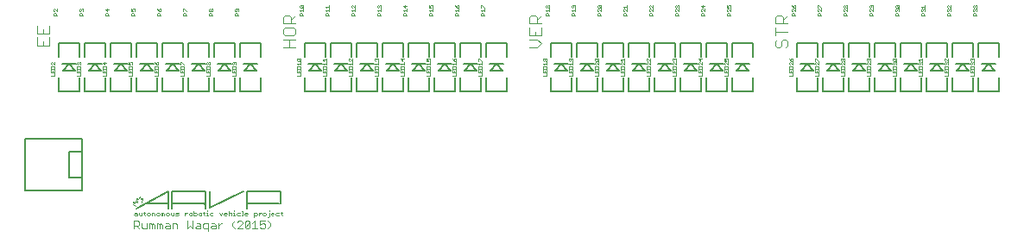
<source format=gto>
G75*
%MOIN*%
%OFA0B0*%
%FSLAX25Y25*%
%IPPOS*%
%LPD*%
%AMOC8*
5,1,8,0,0,1.08239X$1,22.5*
%
%ADD10C,0.00300*%
%ADD11C,0.00400*%
%ADD12C,0.00800*%
%ADD13C,0.00100*%
%ADD14C,0.00500*%
%ADD15C,0.00200*%
D10*
X0043400Y0004450D02*
X0043400Y0007352D01*
X0044851Y0007352D01*
X0045335Y0006869D01*
X0045335Y0005901D01*
X0044851Y0005417D01*
X0043400Y0005417D01*
X0044367Y0005417D02*
X0045335Y0004450D01*
X0046347Y0004934D02*
X0046830Y0004450D01*
X0048281Y0004450D01*
X0048281Y0006385D01*
X0049293Y0006385D02*
X0049777Y0006385D01*
X0050261Y0005901D01*
X0050744Y0006385D01*
X0051228Y0005901D01*
X0051228Y0004450D01*
X0050261Y0004450D02*
X0050261Y0005901D01*
X0049293Y0006385D02*
X0049293Y0004450D01*
X0052240Y0004450D02*
X0052240Y0006385D01*
X0052723Y0006385D01*
X0053207Y0005901D01*
X0053691Y0006385D01*
X0054175Y0005901D01*
X0054175Y0004450D01*
X0053207Y0004450D02*
X0053207Y0005901D01*
X0055186Y0004934D02*
X0055670Y0005417D01*
X0057121Y0005417D01*
X0057121Y0005901D02*
X0057121Y0004450D01*
X0055670Y0004450D01*
X0055186Y0004934D01*
X0055670Y0006385D02*
X0056637Y0006385D01*
X0057121Y0005901D01*
X0058133Y0006385D02*
X0058133Y0004450D01*
X0060068Y0004450D02*
X0060068Y0005901D01*
X0059584Y0006385D01*
X0058133Y0006385D01*
X0064026Y0007352D02*
X0064026Y0004450D01*
X0064993Y0005417D01*
X0065961Y0004450D01*
X0065961Y0007352D01*
X0067456Y0006385D02*
X0068423Y0006385D01*
X0068907Y0005901D01*
X0068907Y0004450D01*
X0067456Y0004450D01*
X0066972Y0004934D01*
X0067456Y0005417D01*
X0068907Y0005417D01*
X0069919Y0004934D02*
X0070402Y0004450D01*
X0071854Y0004450D01*
X0071854Y0003483D02*
X0071854Y0006385D01*
X0070402Y0006385D01*
X0069919Y0005901D01*
X0069919Y0004934D01*
X0072865Y0004934D02*
X0073349Y0004450D01*
X0074800Y0004450D01*
X0074800Y0005901D01*
X0074316Y0006385D01*
X0073349Y0006385D01*
X0073349Y0005417D02*
X0074800Y0005417D01*
X0075812Y0005417D02*
X0076779Y0006385D01*
X0077263Y0006385D01*
X0075812Y0006385D02*
X0075812Y0004450D01*
X0073349Y0005417D02*
X0072865Y0004934D01*
X0081214Y0005417D02*
X0082181Y0004450D01*
X0083178Y0004450D02*
X0085113Y0006385D01*
X0085113Y0006869D01*
X0084629Y0007352D01*
X0083662Y0007352D01*
X0083178Y0006869D01*
X0082181Y0007352D02*
X0081214Y0006385D01*
X0081214Y0005417D01*
X0083178Y0004450D02*
X0085113Y0004450D01*
X0086125Y0004934D02*
X0086608Y0004450D01*
X0087576Y0004450D01*
X0088059Y0004934D01*
X0088059Y0006869D01*
X0086125Y0004934D01*
X0086125Y0006869D01*
X0086608Y0007352D01*
X0087576Y0007352D01*
X0088059Y0006869D01*
X0089071Y0006385D02*
X0090039Y0007352D01*
X0090039Y0004450D01*
X0091006Y0004450D02*
X0089071Y0004450D01*
X0092018Y0004934D02*
X0092501Y0004450D01*
X0093469Y0004450D01*
X0093953Y0004934D01*
X0093953Y0005901D01*
X0093469Y0006385D01*
X0092985Y0006385D01*
X0092018Y0005901D01*
X0092018Y0007352D01*
X0093953Y0007352D01*
X0094964Y0007352D02*
X0095932Y0006385D01*
X0095932Y0005417D01*
X0094964Y0004450D01*
X0046347Y0004934D02*
X0046347Y0006385D01*
D11*
X0100946Y0074500D02*
X0105550Y0074500D01*
X0103248Y0074500D02*
X0103248Y0077569D01*
X0101713Y0079104D02*
X0104783Y0079104D01*
X0105550Y0079871D01*
X0105550Y0081406D01*
X0104783Y0082173D01*
X0101713Y0082173D01*
X0100946Y0081406D01*
X0100946Y0079871D01*
X0101713Y0079104D01*
X0100946Y0077569D02*
X0105550Y0077569D01*
X0105550Y0083708D02*
X0100946Y0083708D01*
X0100946Y0086010D01*
X0101713Y0086777D01*
X0103248Y0086777D01*
X0104015Y0086010D01*
X0104015Y0083708D01*
X0104015Y0085242D02*
X0105550Y0086777D01*
X0195946Y0086010D02*
X0195946Y0083708D01*
X0200550Y0083708D01*
X0199015Y0083708D02*
X0199015Y0086010D01*
X0198248Y0086777D01*
X0196713Y0086777D01*
X0195946Y0086010D01*
X0199015Y0085242D02*
X0200550Y0086777D01*
X0200550Y0082173D02*
X0200550Y0079104D01*
X0195946Y0079104D01*
X0195946Y0082173D01*
X0198248Y0080639D02*
X0198248Y0079104D01*
X0199015Y0077569D02*
X0195946Y0077569D01*
X0199015Y0077569D02*
X0200550Y0076035D01*
X0199015Y0074500D01*
X0195946Y0074500D01*
X0290946Y0075267D02*
X0291713Y0074500D01*
X0292481Y0074500D01*
X0293248Y0075267D01*
X0293248Y0076802D01*
X0294015Y0077569D01*
X0294783Y0077569D01*
X0295550Y0076802D01*
X0295550Y0075267D01*
X0294783Y0074500D01*
X0290946Y0075267D02*
X0290946Y0076802D01*
X0291713Y0077569D01*
X0290946Y0079104D02*
X0290946Y0082173D01*
X0290946Y0083708D02*
X0290946Y0086010D01*
X0291713Y0086777D01*
X0293248Y0086777D01*
X0294015Y0086010D01*
X0294015Y0083708D01*
X0294015Y0085242D02*
X0295550Y0086777D01*
X0295550Y0083708D02*
X0290946Y0083708D01*
X0290946Y0080639D02*
X0295550Y0080639D01*
X0010550Y0079896D02*
X0010550Y0082965D01*
X0008248Y0081431D02*
X0008248Y0079896D01*
X0005946Y0079896D02*
X0010550Y0079896D01*
X0010550Y0078361D02*
X0010550Y0075292D01*
X0005946Y0075292D01*
X0005946Y0078361D01*
X0005946Y0079896D02*
X0005946Y0082965D01*
X0008248Y0076827D02*
X0008248Y0075292D01*
D12*
X0014313Y0076249D02*
X0022187Y0076249D01*
X0022187Y0070737D01*
X0024313Y0070737D02*
X0024313Y0076249D01*
X0032187Y0076249D01*
X0032187Y0070737D01*
X0034313Y0070737D02*
X0034313Y0076249D01*
X0042187Y0076249D01*
X0042187Y0070737D01*
X0044313Y0070737D02*
X0044313Y0076249D01*
X0052187Y0076249D01*
X0052187Y0070737D01*
X0054313Y0070737D02*
X0054313Y0076249D01*
X0062187Y0076249D01*
X0062187Y0070737D01*
X0064313Y0070737D02*
X0064313Y0076249D01*
X0072187Y0076249D01*
X0072187Y0070737D01*
X0074313Y0070737D02*
X0074313Y0076249D01*
X0082187Y0076249D01*
X0082187Y0070737D01*
X0084313Y0070737D02*
X0084313Y0076249D01*
X0092187Y0076249D01*
X0092187Y0070737D01*
X0091006Y0067981D02*
X0088250Y0067981D01*
X0090612Y0065619D01*
X0085888Y0065619D01*
X0088250Y0067981D01*
X0085494Y0067981D01*
X0081006Y0067981D02*
X0078250Y0067981D01*
X0080612Y0065619D01*
X0075888Y0065619D01*
X0078250Y0067981D01*
X0075494Y0067981D01*
X0071006Y0067981D02*
X0068250Y0067981D01*
X0070612Y0065619D01*
X0065888Y0065619D01*
X0068250Y0067981D01*
X0065494Y0067981D01*
X0061006Y0067981D02*
X0058250Y0067981D01*
X0060612Y0065619D01*
X0055888Y0065619D01*
X0058250Y0067981D01*
X0055494Y0067981D01*
X0051006Y0067981D02*
X0048250Y0067981D01*
X0050612Y0065619D01*
X0045888Y0065619D01*
X0048250Y0067981D01*
X0045494Y0067981D01*
X0041006Y0067981D02*
X0038250Y0067981D01*
X0040612Y0065619D01*
X0035888Y0065619D01*
X0038250Y0067981D01*
X0035494Y0067981D01*
X0031006Y0067981D02*
X0028250Y0067981D01*
X0030612Y0065619D01*
X0025888Y0065619D01*
X0028250Y0067981D01*
X0025494Y0067981D01*
X0021006Y0067981D02*
X0018250Y0067981D01*
X0020612Y0065619D01*
X0015888Y0065619D01*
X0018250Y0067981D01*
X0015494Y0067981D01*
X0014313Y0070737D02*
X0014313Y0076249D01*
X0014313Y0062863D02*
X0014313Y0057351D01*
X0022187Y0057351D01*
X0022187Y0062863D01*
X0024313Y0062863D02*
X0024313Y0057351D01*
X0032187Y0057351D01*
X0032187Y0062863D01*
X0034313Y0062863D02*
X0034313Y0057351D01*
X0042187Y0057351D01*
X0042187Y0062863D01*
X0044313Y0062863D02*
X0044313Y0057351D01*
X0052187Y0057351D01*
X0052187Y0062863D01*
X0054313Y0062863D02*
X0054313Y0057351D01*
X0062187Y0057351D01*
X0062187Y0062863D01*
X0064313Y0062863D02*
X0064313Y0057351D01*
X0072187Y0057351D01*
X0072187Y0062863D01*
X0074313Y0062863D02*
X0074313Y0057351D01*
X0082187Y0057351D01*
X0082187Y0062863D01*
X0084313Y0062863D02*
X0084313Y0057351D01*
X0092187Y0057351D01*
X0092187Y0062863D01*
X0109313Y0062863D02*
X0109313Y0057351D01*
X0117187Y0057351D01*
X0117187Y0062863D01*
X0119313Y0062863D02*
X0119313Y0057351D01*
X0127187Y0057351D01*
X0127187Y0062863D01*
X0129313Y0062863D02*
X0129313Y0057351D01*
X0137187Y0057351D01*
X0137187Y0062863D01*
X0139313Y0062863D02*
X0139313Y0057351D01*
X0147187Y0057351D01*
X0147187Y0062863D01*
X0149313Y0062863D02*
X0149313Y0057351D01*
X0157187Y0057351D01*
X0157187Y0062863D01*
X0159313Y0062863D02*
X0159313Y0057351D01*
X0167187Y0057351D01*
X0167187Y0062863D01*
X0169313Y0062863D02*
X0169313Y0057351D01*
X0177187Y0057351D01*
X0177187Y0062863D01*
X0179313Y0062863D02*
X0179313Y0057351D01*
X0187187Y0057351D01*
X0187187Y0062863D01*
X0185612Y0065619D02*
X0180888Y0065619D01*
X0183250Y0067981D01*
X0185612Y0065619D01*
X0186006Y0067981D02*
X0183250Y0067981D01*
X0180494Y0067981D01*
X0179313Y0070737D02*
X0179313Y0076249D01*
X0187187Y0076249D01*
X0187187Y0070737D01*
X0177187Y0070737D02*
X0177187Y0076249D01*
X0169313Y0076249D01*
X0169313Y0070737D01*
X0167187Y0070737D02*
X0167187Y0076249D01*
X0159313Y0076249D01*
X0159313Y0070737D01*
X0157187Y0070737D02*
X0157187Y0076249D01*
X0149313Y0076249D01*
X0149313Y0070737D01*
X0147187Y0070737D02*
X0147187Y0076249D01*
X0139313Y0076249D01*
X0139313Y0070737D01*
X0137187Y0070737D02*
X0137187Y0076249D01*
X0129313Y0076249D01*
X0129313Y0070737D01*
X0127187Y0070737D02*
X0127187Y0076249D01*
X0119313Y0076249D01*
X0119313Y0070737D01*
X0117187Y0070737D02*
X0117187Y0076249D01*
X0109313Y0076249D01*
X0109313Y0070737D01*
X0110494Y0067981D02*
X0113250Y0067981D01*
X0115612Y0065619D01*
X0110888Y0065619D01*
X0113250Y0067981D01*
X0116006Y0067981D01*
X0120494Y0067981D02*
X0123250Y0067981D01*
X0125612Y0065619D01*
X0120888Y0065619D01*
X0123250Y0067981D01*
X0126006Y0067981D01*
X0130494Y0067981D02*
X0133250Y0067981D01*
X0135612Y0065619D01*
X0130888Y0065619D01*
X0133250Y0067981D01*
X0136006Y0067981D01*
X0140494Y0067981D02*
X0143250Y0067981D01*
X0145612Y0065619D01*
X0140888Y0065619D01*
X0143250Y0067981D01*
X0146006Y0067981D01*
X0150494Y0067981D02*
X0153250Y0067981D01*
X0155612Y0065619D01*
X0150888Y0065619D01*
X0153250Y0067981D01*
X0156006Y0067981D01*
X0160494Y0067981D02*
X0163250Y0067981D01*
X0165612Y0065619D01*
X0160888Y0065619D01*
X0163250Y0067981D01*
X0166006Y0067981D01*
X0170494Y0067981D02*
X0173250Y0067981D01*
X0175612Y0065619D01*
X0170888Y0065619D01*
X0173250Y0067981D01*
X0176006Y0067981D01*
X0204313Y0070737D02*
X0204313Y0076249D01*
X0212187Y0076249D01*
X0212187Y0070737D01*
X0214313Y0070737D02*
X0214313Y0076249D01*
X0222187Y0076249D01*
X0222187Y0070737D01*
X0224313Y0070737D02*
X0224313Y0076249D01*
X0232187Y0076249D01*
X0232187Y0070737D01*
X0234313Y0070737D02*
X0234313Y0076249D01*
X0242187Y0076249D01*
X0242187Y0070737D01*
X0244313Y0070737D02*
X0244313Y0076249D01*
X0252187Y0076249D01*
X0252187Y0070737D01*
X0254313Y0070737D02*
X0254313Y0076249D01*
X0262187Y0076249D01*
X0262187Y0070737D01*
X0264313Y0070737D02*
X0264313Y0076249D01*
X0272187Y0076249D01*
X0272187Y0070737D01*
X0274313Y0070737D02*
X0274313Y0076249D01*
X0282187Y0076249D01*
X0282187Y0070737D01*
X0281006Y0067981D02*
X0278250Y0067981D01*
X0280612Y0065619D01*
X0275888Y0065619D01*
X0278250Y0067981D01*
X0275494Y0067981D01*
X0271006Y0067981D02*
X0268250Y0067981D01*
X0270612Y0065619D01*
X0265888Y0065619D01*
X0268250Y0067981D01*
X0265494Y0067981D01*
X0261006Y0067981D02*
X0258250Y0067981D01*
X0260612Y0065619D01*
X0255888Y0065619D01*
X0258250Y0067981D01*
X0255494Y0067981D01*
X0251006Y0067981D02*
X0248250Y0067981D01*
X0250612Y0065619D01*
X0245888Y0065619D01*
X0248250Y0067981D01*
X0245494Y0067981D01*
X0241006Y0067981D02*
X0238250Y0067981D01*
X0240612Y0065619D01*
X0235888Y0065619D01*
X0238250Y0067981D01*
X0235494Y0067981D01*
X0231006Y0067981D02*
X0228250Y0067981D01*
X0230612Y0065619D01*
X0225888Y0065619D01*
X0228250Y0067981D01*
X0225494Y0067981D01*
X0221006Y0067981D02*
X0218250Y0067981D01*
X0220612Y0065619D01*
X0215888Y0065619D01*
X0218250Y0067981D01*
X0215494Y0067981D01*
X0211006Y0067981D02*
X0208250Y0067981D01*
X0210612Y0065619D01*
X0205888Y0065619D01*
X0208250Y0067981D01*
X0205494Y0067981D01*
X0204313Y0062863D02*
X0204313Y0057351D01*
X0212187Y0057351D01*
X0212187Y0062863D01*
X0214313Y0062863D02*
X0214313Y0057351D01*
X0222187Y0057351D01*
X0222187Y0062863D01*
X0224313Y0062863D02*
X0224313Y0057351D01*
X0232187Y0057351D01*
X0232187Y0062863D01*
X0234313Y0062863D02*
X0234313Y0057351D01*
X0242187Y0057351D01*
X0242187Y0062863D01*
X0244313Y0062863D02*
X0244313Y0057351D01*
X0252187Y0057351D01*
X0252187Y0062863D01*
X0254313Y0062863D02*
X0254313Y0057351D01*
X0262187Y0057351D01*
X0262187Y0062863D01*
X0264313Y0062863D02*
X0264313Y0057351D01*
X0272187Y0057351D01*
X0272187Y0062863D01*
X0274313Y0062863D02*
X0274313Y0057351D01*
X0282187Y0057351D01*
X0282187Y0062863D01*
X0299313Y0062863D02*
X0299313Y0057351D01*
X0307187Y0057351D01*
X0307187Y0062863D01*
X0309313Y0062863D02*
X0309313Y0057351D01*
X0317187Y0057351D01*
X0317187Y0062863D01*
X0319313Y0062863D02*
X0319313Y0057351D01*
X0327187Y0057351D01*
X0327187Y0062863D01*
X0329313Y0062863D02*
X0329313Y0057351D01*
X0337187Y0057351D01*
X0337187Y0062863D01*
X0339313Y0062863D02*
X0339313Y0057351D01*
X0347187Y0057351D01*
X0347187Y0062863D01*
X0349313Y0062863D02*
X0349313Y0057351D01*
X0357187Y0057351D01*
X0357187Y0062863D01*
X0359313Y0062863D02*
X0359313Y0057351D01*
X0367187Y0057351D01*
X0367187Y0062863D01*
X0369313Y0062863D02*
X0369313Y0057351D01*
X0377187Y0057351D01*
X0377187Y0062863D01*
X0375612Y0065619D02*
X0370888Y0065619D01*
X0373250Y0067981D01*
X0375612Y0065619D01*
X0376006Y0067981D02*
X0373250Y0067981D01*
X0370494Y0067981D01*
X0366006Y0067981D02*
X0363250Y0067981D01*
X0365612Y0065619D01*
X0360888Y0065619D01*
X0363250Y0067981D01*
X0360494Y0067981D01*
X0359313Y0070737D02*
X0359313Y0076249D01*
X0367187Y0076249D01*
X0367187Y0070737D01*
X0369313Y0070737D02*
X0369313Y0076249D01*
X0377187Y0076249D01*
X0377187Y0070737D01*
X0357187Y0070737D02*
X0357187Y0076249D01*
X0349313Y0076249D01*
X0349313Y0070737D01*
X0347187Y0070737D02*
X0347187Y0076249D01*
X0339313Y0076249D01*
X0339313Y0070737D01*
X0337187Y0070737D02*
X0337187Y0076249D01*
X0329313Y0076249D01*
X0329313Y0070737D01*
X0327187Y0070737D02*
X0327187Y0076249D01*
X0319313Y0076249D01*
X0319313Y0070737D01*
X0317187Y0070737D02*
X0317187Y0076249D01*
X0309313Y0076249D01*
X0309313Y0070737D01*
X0307187Y0070737D02*
X0307187Y0076249D01*
X0299313Y0076249D01*
X0299313Y0070737D01*
X0300494Y0067981D02*
X0303250Y0067981D01*
X0305612Y0065619D01*
X0300888Y0065619D01*
X0303250Y0067981D01*
X0306006Y0067981D01*
X0310494Y0067981D02*
X0313250Y0067981D01*
X0315612Y0065619D01*
X0310888Y0065619D01*
X0313250Y0067981D01*
X0316006Y0067981D01*
X0320494Y0067981D02*
X0323250Y0067981D01*
X0325612Y0065619D01*
X0320888Y0065619D01*
X0323250Y0067981D01*
X0326006Y0067981D01*
X0330494Y0067981D02*
X0333250Y0067981D01*
X0335612Y0065619D01*
X0330888Y0065619D01*
X0333250Y0067981D01*
X0336006Y0067981D01*
X0340494Y0067981D02*
X0343250Y0067981D01*
X0345612Y0065619D01*
X0340888Y0065619D01*
X0343250Y0067981D01*
X0346006Y0067981D01*
X0350494Y0067981D02*
X0353250Y0067981D01*
X0355612Y0065619D01*
X0350888Y0065619D01*
X0353250Y0067981D01*
X0356006Y0067981D01*
D13*
X0356199Y0068020D02*
X0356199Y0068520D01*
X0356449Y0068771D01*
X0356699Y0068771D01*
X0356949Y0068520D01*
X0357200Y0068771D01*
X0357450Y0068771D01*
X0357700Y0068520D01*
X0357700Y0068020D01*
X0357450Y0067770D01*
X0357450Y0067297D02*
X0356449Y0067297D01*
X0356199Y0067047D01*
X0356199Y0066297D01*
X0357700Y0066297D01*
X0357700Y0067047D01*
X0357450Y0067297D01*
X0356949Y0068270D02*
X0356949Y0068520D01*
X0356449Y0069243D02*
X0356199Y0069493D01*
X0356199Y0069994D01*
X0356449Y0070244D01*
X0356699Y0070244D01*
X0357700Y0069243D01*
X0357700Y0070244D01*
X0356199Y0068020D02*
X0356449Y0067770D01*
X0356199Y0065824D02*
X0356199Y0064823D01*
X0357700Y0064823D01*
X0357700Y0065824D01*
X0356949Y0065324D02*
X0356949Y0064823D01*
X0357700Y0064351D02*
X0357700Y0063350D01*
X0356199Y0063350D01*
X0366199Y0063350D02*
X0367700Y0063350D01*
X0367700Y0064351D01*
X0367700Y0064823D02*
X0367700Y0065824D01*
X0367700Y0066297D02*
X0367700Y0067047D01*
X0367450Y0067297D01*
X0366449Y0067297D01*
X0366199Y0067047D01*
X0366199Y0066297D01*
X0367700Y0066297D01*
X0366949Y0065324D02*
X0366949Y0064823D01*
X0366199Y0064823D02*
X0367700Y0064823D01*
X0366199Y0064823D02*
X0366199Y0065824D01*
X0366449Y0067770D02*
X0366199Y0068020D01*
X0366199Y0068520D01*
X0366449Y0068771D01*
X0366699Y0068771D01*
X0366949Y0068520D01*
X0367200Y0068771D01*
X0367450Y0068771D01*
X0367700Y0068520D01*
X0367700Y0068020D01*
X0367450Y0067770D01*
X0366949Y0068270D02*
X0366949Y0068520D01*
X0366449Y0069243D02*
X0366199Y0069493D01*
X0366199Y0069994D01*
X0366449Y0070244D01*
X0366699Y0070244D01*
X0366949Y0069994D01*
X0367200Y0070244D01*
X0367450Y0070244D01*
X0367700Y0069994D01*
X0367700Y0069493D01*
X0367450Y0069243D01*
X0366949Y0069743D02*
X0366949Y0069994D01*
X0347700Y0070244D02*
X0347700Y0069243D01*
X0347700Y0069743D02*
X0346199Y0069743D01*
X0346699Y0069243D01*
X0346699Y0068771D02*
X0346949Y0068520D01*
X0347200Y0068771D01*
X0347450Y0068771D01*
X0347700Y0068520D01*
X0347700Y0068020D01*
X0347450Y0067770D01*
X0347450Y0067297D02*
X0346449Y0067297D01*
X0346199Y0067047D01*
X0346199Y0066297D01*
X0347700Y0066297D01*
X0347700Y0067047D01*
X0347450Y0067297D01*
X0346949Y0068270D02*
X0346949Y0068520D01*
X0346699Y0068771D02*
X0346449Y0068771D01*
X0346199Y0068520D01*
X0346199Y0068020D01*
X0346449Y0067770D01*
X0346199Y0065824D02*
X0346199Y0064823D01*
X0347700Y0064823D01*
X0347700Y0065824D01*
X0346949Y0065324D02*
X0346949Y0064823D01*
X0347700Y0064351D02*
X0347700Y0063350D01*
X0346199Y0063350D01*
X0337700Y0063350D02*
X0337700Y0064351D01*
X0337700Y0064823D02*
X0337700Y0065824D01*
X0337700Y0066297D02*
X0337700Y0067047D01*
X0337450Y0067297D01*
X0336449Y0067297D01*
X0336199Y0067047D01*
X0336199Y0066297D01*
X0337700Y0066297D01*
X0336949Y0065324D02*
X0336949Y0064823D01*
X0336199Y0064823D02*
X0337700Y0064823D01*
X0337700Y0063350D02*
X0336199Y0063350D01*
X0336199Y0064823D02*
X0336199Y0065824D01*
X0336449Y0067770D02*
X0336199Y0068020D01*
X0336199Y0068520D01*
X0336449Y0068771D01*
X0336699Y0068771D01*
X0336949Y0068520D01*
X0337200Y0068771D01*
X0337450Y0068771D01*
X0337700Y0068520D01*
X0337700Y0068020D01*
X0337450Y0067770D01*
X0336949Y0068270D02*
X0336949Y0068520D01*
X0336449Y0069243D02*
X0336199Y0069493D01*
X0336199Y0069994D01*
X0336449Y0070244D01*
X0337450Y0069243D01*
X0337700Y0069493D01*
X0337700Y0069994D01*
X0337450Y0070244D01*
X0336449Y0070244D01*
X0336449Y0069243D02*
X0337450Y0069243D01*
X0327700Y0069493D02*
X0327700Y0069994D01*
X0327450Y0070244D01*
X0326449Y0070244D01*
X0326199Y0069994D01*
X0326199Y0069493D01*
X0326449Y0069243D01*
X0326699Y0069243D01*
X0326949Y0069493D01*
X0326949Y0070244D01*
X0327700Y0069493D02*
X0327450Y0069243D01*
X0327700Y0068771D02*
X0327700Y0067770D01*
X0326699Y0068771D01*
X0326449Y0068771D01*
X0326199Y0068520D01*
X0326199Y0068020D01*
X0326449Y0067770D01*
X0326449Y0067297D02*
X0326199Y0067047D01*
X0326199Y0066297D01*
X0327700Y0066297D01*
X0327700Y0067047D01*
X0327450Y0067297D01*
X0326449Y0067297D01*
X0326199Y0065824D02*
X0326199Y0064823D01*
X0327700Y0064823D01*
X0327700Y0065824D01*
X0326949Y0065324D02*
X0326949Y0064823D01*
X0327700Y0064351D02*
X0327700Y0063350D01*
X0326199Y0063350D01*
X0317700Y0063350D02*
X0317700Y0064351D01*
X0317700Y0064823D02*
X0317700Y0065824D01*
X0317700Y0066297D02*
X0317700Y0067047D01*
X0317450Y0067297D01*
X0316449Y0067297D01*
X0316199Y0067047D01*
X0316199Y0066297D01*
X0317700Y0066297D01*
X0316949Y0065324D02*
X0316949Y0064823D01*
X0316199Y0064823D02*
X0317700Y0064823D01*
X0317700Y0063350D02*
X0316199Y0063350D01*
X0316199Y0064823D02*
X0316199Y0065824D01*
X0316449Y0067770D02*
X0316199Y0068020D01*
X0316199Y0068520D01*
X0316449Y0068771D01*
X0316699Y0068771D01*
X0317700Y0067770D01*
X0317700Y0068771D01*
X0317450Y0069243D02*
X0317200Y0069243D01*
X0316949Y0069493D01*
X0316949Y0069994D01*
X0317200Y0070244D01*
X0317450Y0070244D01*
X0317700Y0069994D01*
X0317700Y0069493D01*
X0317450Y0069243D01*
X0316949Y0069493D02*
X0316699Y0069243D01*
X0316449Y0069243D01*
X0316199Y0069493D01*
X0316199Y0069994D01*
X0316449Y0070244D01*
X0316699Y0070244D01*
X0316949Y0069994D01*
X0307700Y0069243D02*
X0307450Y0069243D01*
X0306449Y0070244D01*
X0306199Y0070244D01*
X0306199Y0069243D01*
X0306449Y0068771D02*
X0306199Y0068520D01*
X0306199Y0068020D01*
X0306449Y0067770D01*
X0306449Y0067297D02*
X0306199Y0067047D01*
X0306199Y0066297D01*
X0307700Y0066297D01*
X0307700Y0067047D01*
X0307450Y0067297D01*
X0306449Y0067297D01*
X0307700Y0067770D02*
X0306699Y0068771D01*
X0306449Y0068771D01*
X0307700Y0068771D02*
X0307700Y0067770D01*
X0307700Y0065824D02*
X0307700Y0064823D01*
X0306199Y0064823D01*
X0306199Y0065824D01*
X0306949Y0065324D02*
X0306949Y0064823D01*
X0307700Y0064351D02*
X0307700Y0063350D01*
X0306199Y0063350D01*
X0297700Y0063350D02*
X0297700Y0064351D01*
X0297700Y0064823D02*
X0297700Y0065824D01*
X0297700Y0066297D02*
X0297700Y0067047D01*
X0297450Y0067297D01*
X0296449Y0067297D01*
X0296199Y0067047D01*
X0296199Y0066297D01*
X0297700Y0066297D01*
X0296949Y0065324D02*
X0296949Y0064823D01*
X0296199Y0064823D02*
X0297700Y0064823D01*
X0297700Y0063350D02*
X0296199Y0063350D01*
X0296199Y0064823D02*
X0296199Y0065824D01*
X0296449Y0067770D02*
X0296199Y0068020D01*
X0296199Y0068520D01*
X0296449Y0068771D01*
X0296699Y0068771D01*
X0297700Y0067770D01*
X0297700Y0068771D01*
X0297450Y0069243D02*
X0297700Y0069493D01*
X0297700Y0069994D01*
X0297450Y0070244D01*
X0297200Y0070244D01*
X0296949Y0069994D01*
X0296949Y0069243D01*
X0297450Y0069243D01*
X0296949Y0069243D02*
X0296449Y0069743D01*
X0296199Y0070244D01*
X0272700Y0069994D02*
X0272700Y0069493D01*
X0272450Y0069243D01*
X0271949Y0069243D02*
X0271699Y0069743D01*
X0271699Y0069994D01*
X0271949Y0070244D01*
X0272450Y0070244D01*
X0272700Y0069994D01*
X0271949Y0069243D02*
X0271199Y0069243D01*
X0271199Y0070244D01*
X0271449Y0068771D02*
X0271199Y0068520D01*
X0271199Y0068020D01*
X0271449Y0067770D01*
X0271449Y0067297D02*
X0271199Y0067047D01*
X0271199Y0066297D01*
X0272700Y0066297D01*
X0272700Y0067047D01*
X0272450Y0067297D01*
X0271449Y0067297D01*
X0272700Y0067770D02*
X0271699Y0068771D01*
X0271449Y0068771D01*
X0272700Y0068771D02*
X0272700Y0067770D01*
X0272700Y0065824D02*
X0272700Y0064823D01*
X0271199Y0064823D01*
X0271199Y0065824D01*
X0271949Y0065324D02*
X0271949Y0064823D01*
X0272700Y0064351D02*
X0272700Y0063350D01*
X0271199Y0063350D01*
X0262700Y0063350D02*
X0262700Y0064351D01*
X0262700Y0064823D02*
X0262700Y0065824D01*
X0262700Y0066297D02*
X0262700Y0067047D01*
X0262450Y0067297D01*
X0261449Y0067297D01*
X0261199Y0067047D01*
X0261199Y0066297D01*
X0262700Y0066297D01*
X0261949Y0065324D02*
X0261949Y0064823D01*
X0261199Y0064823D02*
X0262700Y0064823D01*
X0262700Y0063350D02*
X0261199Y0063350D01*
X0261199Y0064823D02*
X0261199Y0065824D01*
X0261449Y0067770D02*
X0261199Y0068020D01*
X0261199Y0068520D01*
X0261449Y0068771D01*
X0261699Y0068771D01*
X0262700Y0067770D01*
X0262700Y0068771D01*
X0261949Y0069243D02*
X0261949Y0070244D01*
X0261199Y0069994D02*
X0261949Y0069243D01*
X0261199Y0069994D02*
X0262700Y0069994D01*
X0252700Y0069994D02*
X0252700Y0069493D01*
X0252450Y0069243D01*
X0252700Y0068771D02*
X0252700Y0067770D01*
X0251699Y0068771D01*
X0251449Y0068771D01*
X0251199Y0068520D01*
X0251199Y0068020D01*
X0251449Y0067770D01*
X0251449Y0067297D02*
X0251199Y0067047D01*
X0251199Y0066297D01*
X0252700Y0066297D01*
X0252700Y0067047D01*
X0252450Y0067297D01*
X0251449Y0067297D01*
X0251199Y0065824D02*
X0251199Y0064823D01*
X0252700Y0064823D01*
X0252700Y0065824D01*
X0251949Y0065324D02*
X0251949Y0064823D01*
X0252700Y0064351D02*
X0252700Y0063350D01*
X0251199Y0063350D01*
X0242700Y0063350D02*
X0242700Y0064351D01*
X0242700Y0064823D02*
X0242700Y0065824D01*
X0242700Y0066297D02*
X0242700Y0067047D01*
X0242450Y0067297D01*
X0241449Y0067297D01*
X0241199Y0067047D01*
X0241199Y0066297D01*
X0242700Y0066297D01*
X0241949Y0065324D02*
X0241949Y0064823D01*
X0241199Y0064823D02*
X0242700Y0064823D01*
X0242700Y0063350D02*
X0241199Y0063350D01*
X0241199Y0064823D02*
X0241199Y0065824D01*
X0241449Y0067770D02*
X0241199Y0068020D01*
X0241199Y0068520D01*
X0241449Y0068771D01*
X0241699Y0068771D01*
X0242700Y0067770D01*
X0242700Y0068771D01*
X0242700Y0069243D02*
X0241699Y0070244D01*
X0241449Y0070244D01*
X0241199Y0069994D01*
X0241199Y0069493D01*
X0241449Y0069243D01*
X0242700Y0069243D02*
X0242700Y0070244D01*
X0251199Y0069994D02*
X0251199Y0069493D01*
X0251449Y0069243D01*
X0251949Y0069743D02*
X0251949Y0069994D01*
X0252200Y0070244D01*
X0252450Y0070244D01*
X0252700Y0069994D01*
X0251949Y0069994D02*
X0251699Y0070244D01*
X0251449Y0070244D01*
X0251199Y0069994D01*
X0232700Y0070244D02*
X0232700Y0069243D01*
X0232700Y0068771D02*
X0232700Y0067770D01*
X0231699Y0068771D01*
X0231449Y0068771D01*
X0231199Y0068520D01*
X0231199Y0068020D01*
X0231449Y0067770D01*
X0231449Y0067297D02*
X0231199Y0067047D01*
X0231199Y0066297D01*
X0232700Y0066297D01*
X0232700Y0067047D01*
X0232450Y0067297D01*
X0231449Y0067297D01*
X0231199Y0065824D02*
X0231199Y0064823D01*
X0232700Y0064823D01*
X0232700Y0065824D01*
X0231949Y0065324D02*
X0231949Y0064823D01*
X0232700Y0064351D02*
X0232700Y0063350D01*
X0231199Y0063350D01*
X0222700Y0063350D02*
X0222700Y0064351D01*
X0222700Y0064823D02*
X0222700Y0065824D01*
X0222700Y0066297D02*
X0222700Y0067047D01*
X0222450Y0067297D01*
X0221449Y0067297D01*
X0221199Y0067047D01*
X0221199Y0066297D01*
X0222700Y0066297D01*
X0221949Y0065324D02*
X0221949Y0064823D01*
X0221199Y0064823D02*
X0222700Y0064823D01*
X0222700Y0063350D02*
X0221199Y0063350D01*
X0221199Y0064823D02*
X0221199Y0065824D01*
X0221449Y0067770D02*
X0221199Y0068020D01*
X0221199Y0068520D01*
X0221449Y0068771D01*
X0221699Y0068771D01*
X0222700Y0067770D01*
X0222700Y0068771D01*
X0222450Y0069243D02*
X0221449Y0070244D01*
X0222450Y0070244D01*
X0222700Y0069994D01*
X0222700Y0069493D01*
X0222450Y0069243D01*
X0221449Y0069243D01*
X0221199Y0069493D01*
X0221199Y0069994D01*
X0221449Y0070244D01*
X0212700Y0069994D02*
X0212700Y0069493D01*
X0212450Y0069243D01*
X0212700Y0068771D02*
X0212700Y0067770D01*
X0212700Y0068270D02*
X0211199Y0068270D01*
X0211699Y0067770D01*
X0211449Y0067297D02*
X0211199Y0067047D01*
X0211199Y0066297D01*
X0212700Y0066297D01*
X0212700Y0067047D01*
X0212450Y0067297D01*
X0211449Y0067297D01*
X0211199Y0065824D02*
X0211199Y0064823D01*
X0212700Y0064823D01*
X0212700Y0065824D01*
X0211949Y0065324D02*
X0211949Y0064823D01*
X0212700Y0064351D02*
X0212700Y0063350D01*
X0211199Y0063350D01*
X0202700Y0063350D02*
X0202700Y0064351D01*
X0202700Y0064823D02*
X0202700Y0065824D01*
X0202700Y0066297D02*
X0202700Y0067047D01*
X0202450Y0067297D01*
X0201449Y0067297D01*
X0201199Y0067047D01*
X0201199Y0066297D01*
X0202700Y0066297D01*
X0201949Y0065324D02*
X0201949Y0064823D01*
X0201199Y0064823D02*
X0202700Y0064823D01*
X0202700Y0063350D02*
X0201199Y0063350D01*
X0201199Y0064823D02*
X0201199Y0065824D01*
X0201699Y0067770D02*
X0201199Y0068270D01*
X0202700Y0068270D01*
X0202700Y0067770D02*
X0202700Y0068771D01*
X0202450Y0069243D02*
X0202200Y0069243D01*
X0201949Y0069493D01*
X0201949Y0069994D01*
X0202200Y0070244D01*
X0202450Y0070244D01*
X0202700Y0069994D01*
X0202700Y0069493D01*
X0202450Y0069243D01*
X0201949Y0069493D02*
X0201699Y0069243D01*
X0201449Y0069243D01*
X0201199Y0069493D01*
X0201199Y0069994D01*
X0201449Y0070244D01*
X0201699Y0070244D01*
X0201949Y0069994D01*
X0211199Y0069994D02*
X0211199Y0069493D01*
X0211449Y0069243D01*
X0211699Y0069243D01*
X0211949Y0069493D01*
X0211949Y0070244D01*
X0211449Y0070244D02*
X0211199Y0069994D01*
X0211449Y0070244D02*
X0212450Y0070244D01*
X0212700Y0069994D01*
X0231199Y0069743D02*
X0232700Y0069743D01*
X0231699Y0069243D02*
X0231199Y0069743D01*
X0177700Y0069243D02*
X0177450Y0069243D01*
X0176449Y0070244D01*
X0176199Y0070244D01*
X0176199Y0069243D01*
X0176199Y0068270D02*
X0177700Y0068270D01*
X0177700Y0067770D02*
X0177700Y0068771D01*
X0176699Y0067770D02*
X0176199Y0068270D01*
X0176449Y0067297D02*
X0176199Y0067047D01*
X0176199Y0066297D01*
X0177700Y0066297D01*
X0177700Y0067047D01*
X0177450Y0067297D01*
X0176449Y0067297D01*
X0176199Y0065824D02*
X0176199Y0064823D01*
X0177700Y0064823D01*
X0177700Y0065824D01*
X0176949Y0065324D02*
X0176949Y0064823D01*
X0177700Y0064351D02*
X0177700Y0063350D01*
X0176199Y0063350D01*
X0167700Y0063350D02*
X0167700Y0064351D01*
X0167700Y0064823D02*
X0167700Y0065824D01*
X0167700Y0066297D02*
X0167700Y0067047D01*
X0167450Y0067297D01*
X0166449Y0067297D01*
X0166199Y0067047D01*
X0166199Y0066297D01*
X0167700Y0066297D01*
X0166949Y0065324D02*
X0166949Y0064823D01*
X0166199Y0064823D02*
X0167700Y0064823D01*
X0167700Y0063350D02*
X0166199Y0063350D01*
X0166199Y0064823D02*
X0166199Y0065824D01*
X0166699Y0067770D02*
X0166199Y0068270D01*
X0167700Y0068270D01*
X0167700Y0067770D02*
X0167700Y0068771D01*
X0167450Y0069243D02*
X0167700Y0069493D01*
X0167700Y0069994D01*
X0167450Y0070244D01*
X0167200Y0070244D01*
X0166949Y0069994D01*
X0166949Y0069243D01*
X0167450Y0069243D01*
X0166949Y0069243D02*
X0166449Y0069743D01*
X0166199Y0070244D01*
X0157700Y0069994D02*
X0157700Y0069493D01*
X0157450Y0069243D01*
X0156949Y0069243D02*
X0156699Y0069743D01*
X0156699Y0069994D01*
X0156949Y0070244D01*
X0157450Y0070244D01*
X0157700Y0069994D01*
X0156949Y0069243D02*
X0156199Y0069243D01*
X0156199Y0070244D01*
X0156199Y0068270D02*
X0157700Y0068270D01*
X0157700Y0067770D02*
X0157700Y0068771D01*
X0156699Y0067770D02*
X0156199Y0068270D01*
X0156449Y0067297D02*
X0156199Y0067047D01*
X0156199Y0066297D01*
X0157700Y0066297D01*
X0157700Y0067047D01*
X0157450Y0067297D01*
X0156449Y0067297D01*
X0156199Y0065824D02*
X0156199Y0064823D01*
X0157700Y0064823D01*
X0157700Y0065824D01*
X0156949Y0065324D02*
X0156949Y0064823D01*
X0157700Y0064351D02*
X0157700Y0063350D01*
X0156199Y0063350D01*
X0147700Y0063350D02*
X0147700Y0064351D01*
X0147700Y0064823D02*
X0147700Y0065824D01*
X0147700Y0066297D02*
X0147700Y0067047D01*
X0147450Y0067297D01*
X0146449Y0067297D01*
X0146199Y0067047D01*
X0146199Y0066297D01*
X0147700Y0066297D01*
X0146949Y0065324D02*
X0146949Y0064823D01*
X0146199Y0064823D02*
X0147700Y0064823D01*
X0147700Y0063350D02*
X0146199Y0063350D01*
X0146199Y0064823D02*
X0146199Y0065824D01*
X0146699Y0067770D02*
X0146199Y0068270D01*
X0147700Y0068270D01*
X0147700Y0067770D02*
X0147700Y0068771D01*
X0146949Y0069243D02*
X0146949Y0070244D01*
X0146199Y0069994D02*
X0146949Y0069243D01*
X0146199Y0069994D02*
X0147700Y0069994D01*
X0137700Y0069994D02*
X0137700Y0069493D01*
X0137450Y0069243D01*
X0137700Y0068771D02*
X0137700Y0067770D01*
X0137700Y0068270D02*
X0136199Y0068270D01*
X0136699Y0067770D01*
X0136449Y0067297D02*
X0136199Y0067047D01*
X0136199Y0066297D01*
X0137700Y0066297D01*
X0137700Y0067047D01*
X0137450Y0067297D01*
X0136449Y0067297D01*
X0136199Y0065824D02*
X0136199Y0064823D01*
X0137700Y0064823D01*
X0137700Y0065824D01*
X0136949Y0065324D02*
X0136949Y0064823D01*
X0137700Y0064351D02*
X0137700Y0063350D01*
X0136199Y0063350D01*
X0127700Y0063350D02*
X0127700Y0064351D01*
X0127700Y0064823D02*
X0127700Y0065824D01*
X0127700Y0066297D02*
X0127700Y0067047D01*
X0127450Y0067297D01*
X0126449Y0067297D01*
X0126199Y0067047D01*
X0126199Y0066297D01*
X0127700Y0066297D01*
X0126949Y0065324D02*
X0126949Y0064823D01*
X0126199Y0064823D02*
X0127700Y0064823D01*
X0127700Y0063350D02*
X0126199Y0063350D01*
X0126199Y0064823D02*
X0126199Y0065824D01*
X0126699Y0067770D02*
X0126199Y0068270D01*
X0127700Y0068270D01*
X0127700Y0067770D02*
X0127700Y0068771D01*
X0127700Y0069243D02*
X0126699Y0070244D01*
X0126449Y0070244D01*
X0126199Y0069994D01*
X0126199Y0069493D01*
X0126449Y0069243D01*
X0127700Y0069243D02*
X0127700Y0070244D01*
X0117700Y0070244D02*
X0117700Y0069243D01*
X0117700Y0068771D02*
X0117700Y0067770D01*
X0117700Y0068270D02*
X0116199Y0068270D01*
X0116699Y0067770D01*
X0116449Y0067297D02*
X0116199Y0067047D01*
X0116199Y0066297D01*
X0117700Y0066297D01*
X0117700Y0067047D01*
X0117450Y0067297D01*
X0116449Y0067297D01*
X0116199Y0065824D02*
X0116199Y0064823D01*
X0117700Y0064823D01*
X0117700Y0065824D01*
X0116949Y0065324D02*
X0116949Y0064823D01*
X0117700Y0064351D02*
X0117700Y0063350D01*
X0116199Y0063350D01*
X0107700Y0063350D02*
X0107700Y0064351D01*
X0107700Y0064823D02*
X0107700Y0065824D01*
X0107700Y0066297D02*
X0107700Y0067047D01*
X0107450Y0067297D01*
X0106449Y0067297D01*
X0106199Y0067047D01*
X0106199Y0066297D01*
X0107700Y0066297D01*
X0106949Y0065324D02*
X0106949Y0064823D01*
X0106199Y0064823D02*
X0107700Y0064823D01*
X0107700Y0063350D02*
X0106199Y0063350D01*
X0106199Y0064823D02*
X0106199Y0065824D01*
X0106699Y0067770D02*
X0106199Y0068270D01*
X0107700Y0068270D01*
X0107700Y0067770D02*
X0107700Y0068771D01*
X0107450Y0069243D02*
X0106449Y0070244D01*
X0107450Y0070244D01*
X0107700Y0069994D01*
X0107700Y0069493D01*
X0107450Y0069243D01*
X0106449Y0069243D01*
X0106199Y0069493D01*
X0106199Y0069994D01*
X0106449Y0070244D01*
X0116199Y0069743D02*
X0117700Y0069743D01*
X0116699Y0069243D02*
X0116199Y0069743D01*
X0136199Y0069493D02*
X0136199Y0069994D01*
X0136449Y0070244D01*
X0136699Y0070244D01*
X0136949Y0069994D01*
X0137200Y0070244D01*
X0137450Y0070244D01*
X0137700Y0069994D01*
X0136949Y0069994D02*
X0136949Y0069743D01*
X0136449Y0069243D02*
X0136199Y0069493D01*
X0082700Y0068520D02*
X0082450Y0068771D01*
X0081449Y0068771D01*
X0081199Y0068520D01*
X0081199Y0068020D01*
X0081449Y0067770D01*
X0081699Y0067770D01*
X0081949Y0068020D01*
X0081949Y0068771D01*
X0082700Y0068520D02*
X0082700Y0068020D01*
X0082450Y0067770D01*
X0082450Y0067297D02*
X0081449Y0067297D01*
X0081199Y0067047D01*
X0081199Y0066297D01*
X0082700Y0066297D01*
X0082700Y0067047D01*
X0082450Y0067297D01*
X0082700Y0065824D02*
X0082700Y0064823D01*
X0081199Y0064823D01*
X0081199Y0065824D01*
X0081949Y0065324D02*
X0081949Y0064823D01*
X0082700Y0064351D02*
X0082700Y0063350D01*
X0081199Y0063350D01*
X0072700Y0063350D02*
X0072700Y0064351D01*
X0072700Y0064823D02*
X0072700Y0065824D01*
X0072700Y0066297D02*
X0072700Y0067047D01*
X0072450Y0067297D01*
X0071449Y0067297D01*
X0071199Y0067047D01*
X0071199Y0066297D01*
X0072700Y0066297D01*
X0071949Y0065324D02*
X0071949Y0064823D01*
X0071199Y0064823D02*
X0072700Y0064823D01*
X0072700Y0063350D02*
X0071199Y0063350D01*
X0071199Y0064823D02*
X0071199Y0065824D01*
X0071449Y0067770D02*
X0071699Y0067770D01*
X0071949Y0068020D01*
X0071949Y0068520D01*
X0072200Y0068771D01*
X0072450Y0068771D01*
X0072700Y0068520D01*
X0072700Y0068020D01*
X0072450Y0067770D01*
X0072200Y0067770D01*
X0071949Y0068020D01*
X0071949Y0068520D02*
X0071699Y0068771D01*
X0071449Y0068771D01*
X0071199Y0068520D01*
X0071199Y0068020D01*
X0071449Y0067770D01*
X0062700Y0067770D02*
X0062450Y0067770D01*
X0061449Y0068771D01*
X0061199Y0068771D01*
X0061199Y0067770D01*
X0061449Y0067297D02*
X0061199Y0067047D01*
X0061199Y0066297D01*
X0062700Y0066297D01*
X0062700Y0067047D01*
X0062450Y0067297D01*
X0061449Y0067297D01*
X0061199Y0065824D02*
X0061199Y0064823D01*
X0062700Y0064823D01*
X0062700Y0065824D01*
X0061949Y0065324D02*
X0061949Y0064823D01*
X0062700Y0064351D02*
X0062700Y0063350D01*
X0061199Y0063350D01*
X0052700Y0063350D02*
X0052700Y0064351D01*
X0052700Y0064823D02*
X0052700Y0065824D01*
X0052700Y0066297D02*
X0052700Y0067047D01*
X0052450Y0067297D01*
X0051449Y0067297D01*
X0051199Y0067047D01*
X0051199Y0066297D01*
X0052700Y0066297D01*
X0051949Y0065324D02*
X0051949Y0064823D01*
X0051199Y0064823D02*
X0052700Y0064823D01*
X0052700Y0063350D02*
X0051199Y0063350D01*
X0051199Y0064823D02*
X0051199Y0065824D01*
X0051949Y0067770D02*
X0051949Y0068520D01*
X0052200Y0068771D01*
X0052450Y0068771D01*
X0052700Y0068520D01*
X0052700Y0068020D01*
X0052450Y0067770D01*
X0051949Y0067770D01*
X0051449Y0068270D01*
X0051199Y0068771D01*
X0042700Y0068520D02*
X0042700Y0068020D01*
X0042450Y0067770D01*
X0042450Y0067297D02*
X0041449Y0067297D01*
X0041199Y0067047D01*
X0041199Y0066297D01*
X0042700Y0066297D01*
X0042700Y0067047D01*
X0042450Y0067297D01*
X0041949Y0067770D02*
X0041699Y0068270D01*
X0041699Y0068520D01*
X0041949Y0068771D01*
X0042450Y0068771D01*
X0042700Y0068520D01*
X0041949Y0067770D02*
X0041199Y0067770D01*
X0041199Y0068771D01*
X0041199Y0065824D02*
X0041199Y0064823D01*
X0042700Y0064823D01*
X0042700Y0065824D01*
X0041949Y0065324D02*
X0041949Y0064823D01*
X0042700Y0064351D02*
X0042700Y0063350D01*
X0041199Y0063350D01*
X0032700Y0063350D02*
X0032700Y0064351D01*
X0032700Y0064823D02*
X0032700Y0065824D01*
X0032700Y0066297D02*
X0032700Y0067047D01*
X0032450Y0067297D01*
X0031449Y0067297D01*
X0031199Y0067047D01*
X0031199Y0066297D01*
X0032700Y0066297D01*
X0031949Y0065324D02*
X0031949Y0064823D01*
X0031199Y0064823D02*
X0032700Y0064823D01*
X0032700Y0063350D02*
X0031199Y0063350D01*
X0031199Y0064823D02*
X0031199Y0065824D01*
X0031949Y0067770D02*
X0031949Y0068771D01*
X0031199Y0068520D02*
X0031949Y0067770D01*
X0031199Y0068520D02*
X0032700Y0068520D01*
X0022700Y0068520D02*
X0022700Y0068020D01*
X0022450Y0067770D01*
X0022450Y0067297D02*
X0021449Y0067297D01*
X0021199Y0067047D01*
X0021199Y0066297D01*
X0022700Y0066297D01*
X0022700Y0067047D01*
X0022450Y0067297D01*
X0021949Y0068270D02*
X0021949Y0068520D01*
X0022200Y0068771D01*
X0022450Y0068771D01*
X0022700Y0068520D01*
X0021949Y0068520D02*
X0021699Y0068771D01*
X0021449Y0068771D01*
X0021199Y0068520D01*
X0021199Y0068020D01*
X0021449Y0067770D01*
X0021199Y0065824D02*
X0021199Y0064823D01*
X0022700Y0064823D01*
X0022700Y0065824D01*
X0021949Y0065324D02*
X0021949Y0064823D01*
X0022700Y0064351D02*
X0022700Y0063350D01*
X0021199Y0063350D01*
X0012700Y0063350D02*
X0012700Y0064351D01*
X0012700Y0064823D02*
X0012700Y0065824D01*
X0012700Y0066297D02*
X0012700Y0067047D01*
X0012450Y0067297D01*
X0011449Y0067297D01*
X0011199Y0067047D01*
X0011199Y0066297D01*
X0012700Y0066297D01*
X0011949Y0065324D02*
X0011949Y0064823D01*
X0011199Y0064823D02*
X0012700Y0064823D01*
X0012700Y0063350D02*
X0011199Y0063350D01*
X0011199Y0064823D02*
X0011199Y0065824D01*
X0011449Y0067770D02*
X0011199Y0068020D01*
X0011199Y0068520D01*
X0011449Y0068771D01*
X0011699Y0068771D01*
X0012700Y0067770D01*
X0012700Y0068771D01*
X0013200Y0086850D02*
X0013200Y0087601D01*
X0012949Y0087851D01*
X0012449Y0087851D01*
X0012199Y0087601D01*
X0012199Y0086850D01*
X0013700Y0086850D01*
X0013200Y0087350D02*
X0013700Y0087851D01*
X0013700Y0088323D02*
X0012699Y0089324D01*
X0012449Y0089324D01*
X0012199Y0089074D01*
X0012199Y0088573D01*
X0012449Y0088323D01*
X0013700Y0088323D02*
X0013700Y0089324D01*
X0022199Y0089074D02*
X0022199Y0088573D01*
X0022449Y0088323D01*
X0022449Y0087851D02*
X0022949Y0087851D01*
X0023200Y0087601D01*
X0023200Y0086850D01*
X0023700Y0086850D02*
X0022199Y0086850D01*
X0022199Y0087601D01*
X0022449Y0087851D01*
X0023200Y0087350D02*
X0023700Y0087851D01*
X0023450Y0088323D02*
X0023700Y0088573D01*
X0023700Y0089074D01*
X0023450Y0089324D01*
X0023200Y0089324D01*
X0022949Y0089074D01*
X0022949Y0088824D01*
X0022949Y0089074D02*
X0022699Y0089324D01*
X0022449Y0089324D01*
X0022199Y0089074D01*
X0032199Y0089074D02*
X0032949Y0088323D01*
X0032949Y0089324D01*
X0032199Y0089074D02*
X0033700Y0089074D01*
X0033700Y0087851D02*
X0033200Y0087350D01*
X0033200Y0087601D02*
X0033200Y0086850D01*
X0033700Y0086850D02*
X0032199Y0086850D01*
X0032199Y0087601D01*
X0032449Y0087851D01*
X0032949Y0087851D01*
X0033200Y0087601D01*
X0042199Y0087601D02*
X0042449Y0087851D01*
X0042949Y0087851D01*
X0043200Y0087601D01*
X0043200Y0086850D01*
X0043700Y0086850D02*
X0042199Y0086850D01*
X0042199Y0087601D01*
X0042199Y0088323D02*
X0042949Y0088323D01*
X0042699Y0088824D01*
X0042699Y0089074D01*
X0042949Y0089324D01*
X0043450Y0089324D01*
X0043700Y0089074D01*
X0043700Y0088573D01*
X0043450Y0088323D01*
X0043700Y0087851D02*
X0043200Y0087350D01*
X0042199Y0088323D02*
X0042199Y0089324D01*
X0052199Y0089324D02*
X0052449Y0088824D01*
X0052949Y0088323D01*
X0052949Y0089074D01*
X0053200Y0089324D01*
X0053450Y0089324D01*
X0053700Y0089074D01*
X0053700Y0088573D01*
X0053450Y0088323D01*
X0052949Y0088323D01*
X0052949Y0087851D02*
X0053200Y0087601D01*
X0053200Y0086850D01*
X0053700Y0086850D02*
X0052199Y0086850D01*
X0052199Y0087601D01*
X0052449Y0087851D01*
X0052949Y0087851D01*
X0053200Y0087350D02*
X0053700Y0087851D01*
X0062199Y0087601D02*
X0062449Y0087851D01*
X0062949Y0087851D01*
X0063200Y0087601D01*
X0063200Y0086850D01*
X0063700Y0086850D02*
X0062199Y0086850D01*
X0062199Y0087601D01*
X0062199Y0088323D02*
X0062199Y0089324D01*
X0062449Y0089324D01*
X0063450Y0088323D01*
X0063700Y0088323D01*
X0063700Y0087851D02*
X0063200Y0087350D01*
X0072199Y0087601D02*
X0072449Y0087851D01*
X0072949Y0087851D01*
X0073200Y0087601D01*
X0073200Y0086850D01*
X0073700Y0086850D02*
X0072199Y0086850D01*
X0072199Y0087601D01*
X0072449Y0088323D02*
X0072699Y0088323D01*
X0072949Y0088573D01*
X0072949Y0089074D01*
X0073200Y0089324D01*
X0073450Y0089324D01*
X0073700Y0089074D01*
X0073700Y0088573D01*
X0073450Y0088323D01*
X0073200Y0088323D01*
X0072949Y0088573D01*
X0072949Y0089074D02*
X0072699Y0089324D01*
X0072449Y0089324D01*
X0072199Y0089074D01*
X0072199Y0088573D01*
X0072449Y0088323D01*
X0073200Y0087350D02*
X0073700Y0087851D01*
X0082199Y0087601D02*
X0082449Y0087851D01*
X0082949Y0087851D01*
X0083200Y0087601D01*
X0083200Y0086850D01*
X0083700Y0086850D02*
X0082199Y0086850D01*
X0082199Y0087601D01*
X0082449Y0088323D02*
X0082699Y0088323D01*
X0082949Y0088573D01*
X0082949Y0089324D01*
X0082449Y0089324D02*
X0082199Y0089074D01*
X0082199Y0088573D01*
X0082449Y0088323D01*
X0083450Y0088323D02*
X0083700Y0088573D01*
X0083700Y0089074D01*
X0083450Y0089324D01*
X0082449Y0089324D01*
X0083700Y0087851D02*
X0083200Y0087350D01*
X0107199Y0087601D02*
X0107449Y0087851D01*
X0107949Y0087851D01*
X0108200Y0087601D01*
X0108200Y0086850D01*
X0108700Y0086850D02*
X0107199Y0086850D01*
X0107199Y0087601D01*
X0107699Y0088323D02*
X0107199Y0088824D01*
X0108700Y0088824D01*
X0108700Y0089324D02*
X0108700Y0088323D01*
X0108700Y0087851D02*
X0108200Y0087350D01*
X0108450Y0089797D02*
X0107449Y0089797D01*
X0107199Y0090047D01*
X0107199Y0090547D01*
X0107449Y0090797D01*
X0108450Y0089797D01*
X0108700Y0090047D01*
X0108700Y0090547D01*
X0108450Y0090797D01*
X0107449Y0090797D01*
X0117199Y0090297D02*
X0117699Y0089797D01*
X0117199Y0090297D02*
X0118700Y0090297D01*
X0118700Y0089797D02*
X0118700Y0090797D01*
X0118700Y0089324D02*
X0118700Y0088323D01*
X0118700Y0087851D02*
X0118200Y0087350D01*
X0118200Y0087601D02*
X0118200Y0086850D01*
X0118700Y0086850D02*
X0117199Y0086850D01*
X0117199Y0087601D01*
X0117449Y0087851D01*
X0117949Y0087851D01*
X0118200Y0087601D01*
X0117699Y0088323D02*
X0117199Y0088824D01*
X0118700Y0088824D01*
X0127199Y0088824D02*
X0128700Y0088824D01*
X0128700Y0089324D02*
X0128700Y0088323D01*
X0128700Y0087851D02*
X0128200Y0087350D01*
X0128200Y0087601D02*
X0128200Y0086850D01*
X0128700Y0086850D02*
X0127199Y0086850D01*
X0127199Y0087601D01*
X0127449Y0087851D01*
X0127949Y0087851D01*
X0128200Y0087601D01*
X0127699Y0088323D02*
X0127199Y0088824D01*
X0127449Y0089797D02*
X0127199Y0090047D01*
X0127199Y0090547D01*
X0127449Y0090797D01*
X0127699Y0090797D01*
X0128700Y0089797D01*
X0128700Y0090797D01*
X0137199Y0090547D02*
X0137199Y0090047D01*
X0137449Y0089797D01*
X0137949Y0090297D02*
X0137949Y0090547D01*
X0138200Y0090797D01*
X0138450Y0090797D01*
X0138700Y0090547D01*
X0138700Y0090047D01*
X0138450Y0089797D01*
X0138700Y0089324D02*
X0138700Y0088323D01*
X0138700Y0087851D02*
X0138200Y0087350D01*
X0138200Y0087601D02*
X0138200Y0086850D01*
X0138700Y0086850D02*
X0137199Y0086850D01*
X0137199Y0087601D01*
X0137449Y0087851D01*
X0137949Y0087851D01*
X0138200Y0087601D01*
X0137699Y0088323D02*
X0137199Y0088824D01*
X0138700Y0088824D01*
X0137949Y0090547D02*
X0137699Y0090797D01*
X0137449Y0090797D01*
X0137199Y0090547D01*
X0147199Y0090547D02*
X0147949Y0089797D01*
X0147949Y0090797D01*
X0147199Y0090547D02*
X0148700Y0090547D01*
X0148700Y0089324D02*
X0148700Y0088323D01*
X0148700Y0087851D02*
X0148200Y0087350D01*
X0148200Y0087601D02*
X0148200Y0086850D01*
X0148700Y0086850D02*
X0147199Y0086850D01*
X0147199Y0087601D01*
X0147449Y0087851D01*
X0147949Y0087851D01*
X0148200Y0087601D01*
X0147699Y0088323D02*
X0147199Y0088824D01*
X0148700Y0088824D01*
X0157199Y0088824D02*
X0158700Y0088824D01*
X0158700Y0089324D02*
X0158700Y0088323D01*
X0158700Y0087851D02*
X0158200Y0087350D01*
X0158200Y0087601D02*
X0158200Y0086850D01*
X0158700Y0086850D02*
X0157199Y0086850D01*
X0157199Y0087601D01*
X0157449Y0087851D01*
X0157949Y0087851D01*
X0158200Y0087601D01*
X0157699Y0088323D02*
X0157199Y0088824D01*
X0157199Y0089797D02*
X0157949Y0089797D01*
X0157699Y0090297D01*
X0157699Y0090547D01*
X0157949Y0090797D01*
X0158450Y0090797D01*
X0158700Y0090547D01*
X0158700Y0090047D01*
X0158450Y0089797D01*
X0157199Y0089797D02*
X0157199Y0090797D01*
X0167199Y0090797D02*
X0167449Y0090297D01*
X0167949Y0089797D01*
X0167949Y0090547D01*
X0168200Y0090797D01*
X0168450Y0090797D01*
X0168700Y0090547D01*
X0168700Y0090047D01*
X0168450Y0089797D01*
X0167949Y0089797D01*
X0168700Y0089324D02*
X0168700Y0088323D01*
X0168700Y0087851D02*
X0168200Y0087350D01*
X0168200Y0087601D02*
X0168200Y0086850D01*
X0168700Y0086850D02*
X0167199Y0086850D01*
X0167199Y0087601D01*
X0167449Y0087851D01*
X0167949Y0087851D01*
X0168200Y0087601D01*
X0167699Y0088323D02*
X0167199Y0088824D01*
X0168700Y0088824D01*
X0177199Y0088824D02*
X0178700Y0088824D01*
X0178700Y0089324D02*
X0178700Y0088323D01*
X0178700Y0087851D02*
X0178200Y0087350D01*
X0178200Y0087601D02*
X0178200Y0086850D01*
X0178700Y0086850D02*
X0177199Y0086850D01*
X0177199Y0087601D01*
X0177449Y0087851D01*
X0177949Y0087851D01*
X0178200Y0087601D01*
X0177699Y0088323D02*
X0177199Y0088824D01*
X0177199Y0089797D02*
X0177199Y0090797D01*
X0177449Y0090797D01*
X0178450Y0089797D01*
X0178700Y0089797D01*
X0202199Y0090047D02*
X0202199Y0090547D01*
X0202449Y0090797D01*
X0202699Y0090797D01*
X0202949Y0090547D01*
X0202949Y0090047D01*
X0202699Y0089797D01*
X0202449Y0089797D01*
X0202199Y0090047D01*
X0202949Y0090047D02*
X0203200Y0089797D01*
X0203450Y0089797D01*
X0203700Y0090047D01*
X0203700Y0090547D01*
X0203450Y0090797D01*
X0203200Y0090797D01*
X0202949Y0090547D01*
X0203700Y0089324D02*
X0203700Y0088323D01*
X0203700Y0087851D02*
X0203200Y0087350D01*
X0203200Y0087601D02*
X0203200Y0086850D01*
X0203700Y0086850D02*
X0202199Y0086850D01*
X0202199Y0087601D01*
X0202449Y0087851D01*
X0202949Y0087851D01*
X0203200Y0087601D01*
X0202699Y0088323D02*
X0202199Y0088824D01*
X0203700Y0088824D01*
X0212199Y0088824D02*
X0213700Y0088824D01*
X0213700Y0089324D02*
X0213700Y0088323D01*
X0213700Y0087851D02*
X0213200Y0087350D01*
X0213200Y0087601D02*
X0213200Y0086850D01*
X0213700Y0086850D02*
X0212199Y0086850D01*
X0212199Y0087601D01*
X0212449Y0087851D01*
X0212949Y0087851D01*
X0213200Y0087601D01*
X0212699Y0088323D02*
X0212199Y0088824D01*
X0212449Y0089797D02*
X0212699Y0089797D01*
X0212949Y0090047D01*
X0212949Y0090797D01*
X0212449Y0090797D02*
X0212199Y0090547D01*
X0212199Y0090047D01*
X0212449Y0089797D01*
X0212449Y0090797D02*
X0213450Y0090797D01*
X0213700Y0090547D01*
X0213700Y0090047D01*
X0213450Y0089797D01*
X0222199Y0090047D02*
X0222199Y0090547D01*
X0222449Y0090797D01*
X0223450Y0089797D01*
X0223700Y0090047D01*
X0223700Y0090547D01*
X0223450Y0090797D01*
X0222449Y0090797D01*
X0222199Y0090047D02*
X0222449Y0089797D01*
X0223450Y0089797D01*
X0223700Y0089324D02*
X0223700Y0088323D01*
X0222699Y0089324D01*
X0222449Y0089324D01*
X0222199Y0089074D01*
X0222199Y0088573D01*
X0222449Y0088323D01*
X0222449Y0087851D02*
X0222949Y0087851D01*
X0223200Y0087601D01*
X0223200Y0086850D01*
X0223700Y0086850D02*
X0222199Y0086850D01*
X0222199Y0087601D01*
X0222449Y0087851D01*
X0223200Y0087350D02*
X0223700Y0087851D01*
X0232199Y0087601D02*
X0232449Y0087851D01*
X0232949Y0087851D01*
X0233200Y0087601D01*
X0233200Y0086850D01*
X0233700Y0086850D02*
X0232199Y0086850D01*
X0232199Y0087601D01*
X0232449Y0088323D02*
X0232199Y0088573D01*
X0232199Y0089074D01*
X0232449Y0089324D01*
X0232699Y0089324D01*
X0233700Y0088323D01*
X0233700Y0089324D01*
X0233700Y0089797D02*
X0233700Y0090797D01*
X0233700Y0090297D02*
X0232199Y0090297D01*
X0232699Y0089797D01*
X0233700Y0087851D02*
X0233200Y0087350D01*
X0242199Y0087601D02*
X0242449Y0087851D01*
X0242949Y0087851D01*
X0243200Y0087601D01*
X0243200Y0086850D01*
X0243700Y0086850D02*
X0242199Y0086850D01*
X0242199Y0087601D01*
X0242449Y0088323D02*
X0242199Y0088573D01*
X0242199Y0089074D01*
X0242449Y0089324D01*
X0242699Y0089324D01*
X0243700Y0088323D01*
X0243700Y0089324D01*
X0243700Y0089797D02*
X0242699Y0090797D01*
X0242449Y0090797D01*
X0242199Y0090547D01*
X0242199Y0090047D01*
X0242449Y0089797D01*
X0243700Y0089797D02*
X0243700Y0090797D01*
X0243700Y0087851D02*
X0243200Y0087350D01*
X0252199Y0087601D02*
X0252449Y0087851D01*
X0252949Y0087851D01*
X0253200Y0087601D01*
X0253200Y0086850D01*
X0253700Y0086850D02*
X0252199Y0086850D01*
X0252199Y0087601D01*
X0252449Y0088323D02*
X0252199Y0088573D01*
X0252199Y0089074D01*
X0252449Y0089324D01*
X0252699Y0089324D01*
X0253700Y0088323D01*
X0253700Y0089324D01*
X0253450Y0089797D02*
X0253700Y0090047D01*
X0253700Y0090547D01*
X0253450Y0090797D01*
X0253200Y0090797D01*
X0252949Y0090547D01*
X0252949Y0090297D01*
X0252949Y0090547D02*
X0252699Y0090797D01*
X0252449Y0090797D01*
X0252199Y0090547D01*
X0252199Y0090047D01*
X0252449Y0089797D01*
X0253700Y0087851D02*
X0253200Y0087350D01*
X0262199Y0087601D02*
X0262449Y0087851D01*
X0262949Y0087851D01*
X0263200Y0087601D01*
X0263200Y0086850D01*
X0263700Y0086850D02*
X0262199Y0086850D01*
X0262199Y0087601D01*
X0262449Y0088323D02*
X0262199Y0088573D01*
X0262199Y0089074D01*
X0262449Y0089324D01*
X0262699Y0089324D01*
X0263700Y0088323D01*
X0263700Y0089324D01*
X0262949Y0089797D02*
X0262949Y0090797D01*
X0262199Y0090547D02*
X0262949Y0089797D01*
X0262199Y0090547D02*
X0263700Y0090547D01*
X0263700Y0087851D02*
X0263200Y0087350D01*
X0272199Y0087601D02*
X0272449Y0087851D01*
X0272949Y0087851D01*
X0273200Y0087601D01*
X0273200Y0086850D01*
X0273700Y0086850D02*
X0272199Y0086850D01*
X0272199Y0087601D01*
X0272449Y0088323D02*
X0272199Y0088573D01*
X0272199Y0089074D01*
X0272449Y0089324D01*
X0272699Y0089324D01*
X0273700Y0088323D01*
X0273700Y0089324D01*
X0273450Y0089797D02*
X0273700Y0090047D01*
X0273700Y0090547D01*
X0273450Y0090797D01*
X0272949Y0090797D01*
X0272699Y0090547D01*
X0272699Y0090297D01*
X0272949Y0089797D01*
X0272199Y0089797D01*
X0272199Y0090797D01*
X0273700Y0087851D02*
X0273200Y0087350D01*
X0297199Y0087601D02*
X0297449Y0087851D01*
X0297949Y0087851D01*
X0298200Y0087601D01*
X0298200Y0086850D01*
X0298700Y0086850D02*
X0297199Y0086850D01*
X0297199Y0087601D01*
X0297449Y0088323D02*
X0297199Y0088573D01*
X0297199Y0089074D01*
X0297449Y0089324D01*
X0297699Y0089324D01*
X0298700Y0088323D01*
X0298700Y0089324D01*
X0298450Y0089797D02*
X0298700Y0090047D01*
X0298700Y0090547D01*
X0298450Y0090797D01*
X0298200Y0090797D01*
X0297949Y0090547D01*
X0297949Y0089797D01*
X0298450Y0089797D01*
X0297949Y0089797D02*
X0297449Y0090297D01*
X0297199Y0090797D01*
X0298700Y0087851D02*
X0298200Y0087350D01*
X0307199Y0087601D02*
X0307449Y0087851D01*
X0307949Y0087851D01*
X0308200Y0087601D01*
X0308200Y0086850D01*
X0308700Y0086850D02*
X0307199Y0086850D01*
X0307199Y0087601D01*
X0307449Y0088323D02*
X0307199Y0088573D01*
X0307199Y0089074D01*
X0307449Y0089324D01*
X0307699Y0089324D01*
X0308700Y0088323D01*
X0308700Y0089324D01*
X0308700Y0089797D02*
X0308450Y0089797D01*
X0307449Y0090797D01*
X0307199Y0090797D01*
X0307199Y0089797D01*
X0308700Y0087851D02*
X0308200Y0087350D01*
X0317199Y0087601D02*
X0317449Y0087851D01*
X0317949Y0087851D01*
X0318200Y0087601D01*
X0318200Y0086850D01*
X0318700Y0086850D02*
X0317199Y0086850D01*
X0317199Y0087601D01*
X0317449Y0088323D02*
X0317199Y0088573D01*
X0317199Y0089074D01*
X0317449Y0089324D01*
X0317699Y0089324D01*
X0318700Y0088323D01*
X0318700Y0089324D01*
X0318450Y0089797D02*
X0318200Y0089797D01*
X0317949Y0090047D01*
X0317949Y0090547D01*
X0318200Y0090797D01*
X0318450Y0090797D01*
X0318700Y0090547D01*
X0318700Y0090047D01*
X0318450Y0089797D01*
X0317949Y0090047D02*
X0317699Y0089797D01*
X0317449Y0089797D01*
X0317199Y0090047D01*
X0317199Y0090547D01*
X0317449Y0090797D01*
X0317699Y0090797D01*
X0317949Y0090547D01*
X0318700Y0087851D02*
X0318200Y0087350D01*
X0327199Y0087601D02*
X0327449Y0087851D01*
X0327949Y0087851D01*
X0328200Y0087601D01*
X0328200Y0086850D01*
X0328700Y0086850D02*
X0327199Y0086850D01*
X0327199Y0087601D01*
X0327449Y0088323D02*
X0327199Y0088573D01*
X0327199Y0089074D01*
X0327449Y0089324D01*
X0327699Y0089324D01*
X0328700Y0088323D01*
X0328700Y0089324D01*
X0328450Y0089797D02*
X0328700Y0090047D01*
X0328700Y0090547D01*
X0328450Y0090797D01*
X0327449Y0090797D01*
X0327199Y0090547D01*
X0327199Y0090047D01*
X0327449Y0089797D01*
X0327699Y0089797D01*
X0327949Y0090047D01*
X0327949Y0090797D01*
X0328700Y0087851D02*
X0328200Y0087350D01*
X0337199Y0087601D02*
X0337449Y0087851D01*
X0337949Y0087851D01*
X0338200Y0087601D01*
X0338200Y0086850D01*
X0338700Y0086850D02*
X0337199Y0086850D01*
X0337199Y0087601D01*
X0337449Y0088323D02*
X0337199Y0088573D01*
X0337199Y0089074D01*
X0337449Y0089324D01*
X0337699Y0089324D01*
X0337949Y0089074D01*
X0338200Y0089324D01*
X0338450Y0089324D01*
X0338700Y0089074D01*
X0338700Y0088573D01*
X0338450Y0088323D01*
X0338700Y0087851D02*
X0338200Y0087350D01*
X0337949Y0088824D02*
X0337949Y0089074D01*
X0337449Y0089797D02*
X0337199Y0090047D01*
X0337199Y0090547D01*
X0337449Y0090797D01*
X0338450Y0089797D01*
X0338700Y0090047D01*
X0338700Y0090547D01*
X0338450Y0090797D01*
X0337449Y0090797D01*
X0337449Y0089797D02*
X0338450Y0089797D01*
X0347199Y0090297D02*
X0347699Y0089797D01*
X0347699Y0089324D02*
X0347949Y0089074D01*
X0348200Y0089324D01*
X0348450Y0089324D01*
X0348700Y0089074D01*
X0348700Y0088573D01*
X0348450Y0088323D01*
X0348700Y0087851D02*
X0348200Y0087350D01*
X0348200Y0087601D02*
X0348200Y0086850D01*
X0348700Y0086850D02*
X0347199Y0086850D01*
X0347199Y0087601D01*
X0347449Y0087851D01*
X0347949Y0087851D01*
X0348200Y0087601D01*
X0347449Y0088323D02*
X0347199Y0088573D01*
X0347199Y0089074D01*
X0347449Y0089324D01*
X0347699Y0089324D01*
X0347949Y0089074D02*
X0347949Y0088824D01*
X0348700Y0089797D02*
X0348700Y0090797D01*
X0348700Y0090297D02*
X0347199Y0090297D01*
X0357199Y0090047D02*
X0357449Y0089797D01*
X0357199Y0090047D02*
X0357199Y0090547D01*
X0357449Y0090797D01*
X0357699Y0090797D01*
X0358700Y0089797D01*
X0358700Y0090797D01*
X0358450Y0089324D02*
X0358700Y0089074D01*
X0358700Y0088573D01*
X0358450Y0088323D01*
X0358700Y0087851D02*
X0358200Y0087350D01*
X0358200Y0087601D02*
X0358200Y0086850D01*
X0358700Y0086850D02*
X0357199Y0086850D01*
X0357199Y0087601D01*
X0357449Y0087851D01*
X0357949Y0087851D01*
X0358200Y0087601D01*
X0357449Y0088323D02*
X0357199Y0088573D01*
X0357199Y0089074D01*
X0357449Y0089324D01*
X0357699Y0089324D01*
X0357949Y0089074D01*
X0358200Y0089324D01*
X0358450Y0089324D01*
X0357949Y0089074D02*
X0357949Y0088824D01*
X0367199Y0088573D02*
X0367199Y0089074D01*
X0367449Y0089324D01*
X0367699Y0089324D01*
X0367949Y0089074D01*
X0368200Y0089324D01*
X0368450Y0089324D01*
X0368700Y0089074D01*
X0368700Y0088573D01*
X0368450Y0088323D01*
X0368700Y0087851D02*
X0368200Y0087350D01*
X0368200Y0087601D02*
X0368200Y0086850D01*
X0368700Y0086850D02*
X0367199Y0086850D01*
X0367199Y0087601D01*
X0367449Y0087851D01*
X0367949Y0087851D01*
X0368200Y0087601D01*
X0367449Y0088323D02*
X0367199Y0088573D01*
X0367949Y0088824D02*
X0367949Y0089074D01*
X0367449Y0089797D02*
X0367199Y0090047D01*
X0367199Y0090547D01*
X0367449Y0090797D01*
X0367699Y0090797D01*
X0367949Y0090547D01*
X0368200Y0090797D01*
X0368450Y0090797D01*
X0368700Y0090547D01*
X0368700Y0090047D01*
X0368450Y0089797D01*
X0367949Y0090297D02*
X0367949Y0090547D01*
D14*
X0100050Y0018200D02*
X0100050Y0014800D01*
X0100050Y0014700D01*
X0100050Y0014800D02*
X0100049Y0014749D01*
X0100044Y0014699D01*
X0100036Y0014650D01*
X0100024Y0014601D01*
X0100009Y0014553D01*
X0099990Y0014506D01*
X0099968Y0014461D01*
X0099943Y0014417D01*
X0099915Y0014375D01*
X0099883Y0014336D01*
X0099849Y0014299D01*
X0099812Y0014265D01*
X0099773Y0014233D01*
X0099732Y0014204D01*
X0099688Y0014178D01*
X0099643Y0014156D01*
X0099597Y0014137D01*
X0099549Y0014121D01*
X0099500Y0014109D01*
X0099450Y0014100D01*
X0099350Y0014100D02*
X0086950Y0014100D01*
X0086950Y0012200D01*
X0086950Y0014100D02*
X0086950Y0018800D01*
X0099350Y0018800D01*
X0099401Y0018799D01*
X0099451Y0018794D01*
X0099500Y0018786D01*
X0099549Y0018774D01*
X0099597Y0018759D01*
X0099644Y0018740D01*
X0099689Y0018718D01*
X0099733Y0018693D01*
X0099775Y0018665D01*
X0099814Y0018633D01*
X0099851Y0018599D01*
X0099885Y0018562D01*
X0099917Y0018523D01*
X0099946Y0018482D01*
X0099972Y0018438D01*
X0099994Y0018393D01*
X0100013Y0018347D01*
X0100029Y0018299D01*
X0100041Y0018250D01*
X0100050Y0018200D01*
X0085450Y0018800D02*
X0072650Y0012400D01*
X0072650Y0018900D01*
X0071050Y0018200D02*
X0071050Y0014800D01*
X0071050Y0014700D01*
X0071050Y0014800D02*
X0071049Y0014749D01*
X0071044Y0014699D01*
X0071036Y0014650D01*
X0071024Y0014601D01*
X0071009Y0014553D01*
X0070990Y0014506D01*
X0070968Y0014461D01*
X0070943Y0014417D01*
X0070915Y0014375D01*
X0070883Y0014336D01*
X0070849Y0014299D01*
X0070812Y0014265D01*
X0070773Y0014233D01*
X0070732Y0014204D01*
X0070688Y0014178D01*
X0070643Y0014156D01*
X0070597Y0014137D01*
X0070549Y0014121D01*
X0070500Y0014109D01*
X0070450Y0014100D01*
X0070350Y0014100D02*
X0070250Y0014100D01*
X0057950Y0014100D01*
X0057950Y0012200D01*
X0056650Y0012200D02*
X0056650Y0018900D01*
X0056450Y0018800D02*
X0044150Y0012200D01*
X0047750Y0014100D02*
X0056450Y0014100D01*
X0057950Y0014100D02*
X0057950Y0018800D01*
X0070350Y0018800D01*
X0070401Y0018799D01*
X0070451Y0018794D01*
X0070500Y0018786D01*
X0070549Y0018774D01*
X0070597Y0018759D01*
X0070644Y0018740D01*
X0070689Y0018718D01*
X0070733Y0018693D01*
X0070775Y0018665D01*
X0070814Y0018633D01*
X0070851Y0018599D01*
X0070885Y0018562D01*
X0070917Y0018523D01*
X0070946Y0018482D01*
X0070972Y0018438D01*
X0070994Y0018393D01*
X0071013Y0018347D01*
X0071029Y0018299D01*
X0071041Y0018250D01*
X0071050Y0018200D01*
X0070950Y0013600D02*
X0070950Y0012200D01*
X0070950Y0013500D02*
X0070941Y0013550D01*
X0070929Y0013599D01*
X0070913Y0013646D01*
X0070894Y0013693D01*
X0070872Y0013738D01*
X0070846Y0013782D01*
X0070817Y0013823D01*
X0070786Y0013862D01*
X0070751Y0013899D01*
X0070714Y0013933D01*
X0070675Y0013965D01*
X0070633Y0013993D01*
X0070589Y0014018D01*
X0070544Y0014040D01*
X0070497Y0014059D01*
X0070449Y0014075D01*
X0070400Y0014086D01*
X0070350Y0014094D01*
X0070300Y0014099D01*
X0070250Y0014100D01*
X0023250Y0019300D02*
X0023250Y0024300D01*
X0018250Y0024300D01*
X0018250Y0034300D01*
X0023250Y0034300D01*
X0023250Y0024300D01*
X0023250Y0019300D02*
X0001250Y0019300D01*
X0001250Y0039300D01*
X0023250Y0039300D01*
X0023250Y0034300D01*
D15*
X0045450Y0016800D02*
X0044950Y0015700D01*
X0044250Y0016000D01*
X0044650Y0014400D01*
X0043850Y0015100D01*
X0043750Y0014600D01*
X0042950Y0014800D01*
X0043250Y0014100D01*
X0042750Y0013900D01*
X0043950Y0013000D01*
X0047333Y0010901D02*
X0047333Y0009700D01*
X0047634Y0009400D01*
X0048261Y0009700D02*
X0048561Y0009400D01*
X0049162Y0009400D01*
X0049462Y0009700D01*
X0049462Y0010301D01*
X0049162Y0010601D01*
X0048561Y0010601D01*
X0048261Y0010301D01*
X0048261Y0009700D01*
X0047634Y0010601D02*
X0047033Y0010601D01*
X0046393Y0010601D02*
X0046393Y0009400D01*
X0045492Y0009400D01*
X0045192Y0009700D01*
X0045192Y0010601D01*
X0044551Y0010301D02*
X0044551Y0009400D01*
X0043650Y0009400D01*
X0043350Y0009700D01*
X0043650Y0010001D01*
X0044551Y0010001D01*
X0044551Y0010301D02*
X0044251Y0010601D01*
X0043650Y0010601D01*
X0050102Y0010601D02*
X0050102Y0009400D01*
X0050102Y0010601D02*
X0051003Y0010601D01*
X0051303Y0010301D01*
X0051303Y0009400D01*
X0051944Y0009700D02*
X0052244Y0009400D01*
X0052845Y0009400D01*
X0053145Y0009700D01*
X0053145Y0010301D01*
X0052845Y0010601D01*
X0052244Y0010601D01*
X0051944Y0010301D01*
X0051944Y0009700D01*
X0053786Y0009400D02*
X0053786Y0010601D01*
X0054086Y0010601D01*
X0054386Y0010301D01*
X0054686Y0010601D01*
X0054987Y0010301D01*
X0054987Y0009400D01*
X0054386Y0009400D02*
X0054386Y0010301D01*
X0055627Y0010301D02*
X0055627Y0009700D01*
X0055927Y0009400D01*
X0056528Y0009400D01*
X0056828Y0009700D01*
X0056828Y0010301D01*
X0056528Y0010601D01*
X0055927Y0010601D01*
X0055627Y0010301D01*
X0057469Y0010601D02*
X0057469Y0009700D01*
X0057769Y0009400D01*
X0058670Y0009400D01*
X0058670Y0010601D01*
X0059310Y0010301D02*
X0059611Y0010601D01*
X0060511Y0010601D01*
X0060211Y0010001D02*
X0059611Y0010001D01*
X0059310Y0010301D01*
X0059310Y0009400D02*
X0060211Y0009400D01*
X0060511Y0009700D01*
X0060211Y0010001D01*
X0062993Y0010001D02*
X0063594Y0010601D01*
X0063894Y0010601D01*
X0064528Y0010301D02*
X0064528Y0009700D01*
X0064828Y0009400D01*
X0065429Y0009400D01*
X0065729Y0009700D01*
X0065729Y0010301D01*
X0065429Y0010601D01*
X0064828Y0010601D01*
X0064528Y0010301D01*
X0062993Y0010601D02*
X0062993Y0009400D01*
X0066370Y0009400D02*
X0067270Y0009400D01*
X0067571Y0009700D01*
X0067571Y0010301D01*
X0067270Y0010601D01*
X0066370Y0010601D01*
X0066370Y0011202D02*
X0066370Y0009400D01*
X0068211Y0009700D02*
X0068511Y0009400D01*
X0069112Y0009400D01*
X0069412Y0009700D01*
X0069412Y0010301D01*
X0069112Y0010601D01*
X0068511Y0010601D01*
X0068211Y0010301D01*
X0068211Y0009700D01*
X0070053Y0010601D02*
X0070653Y0010601D01*
X0070353Y0010901D02*
X0070353Y0009700D01*
X0070653Y0009400D01*
X0071280Y0009400D02*
X0071881Y0009400D01*
X0071581Y0009400D02*
X0071581Y0010601D01*
X0071280Y0010601D01*
X0071581Y0011202D02*
X0071581Y0011502D01*
X0072508Y0010301D02*
X0072508Y0009700D01*
X0072808Y0009400D01*
X0073709Y0009400D01*
X0073709Y0010601D02*
X0072808Y0010601D01*
X0072508Y0010301D01*
X0076191Y0010601D02*
X0076792Y0009400D01*
X0077392Y0010601D01*
X0078033Y0010301D02*
X0078333Y0010601D01*
X0078934Y0010601D01*
X0079234Y0010301D01*
X0079234Y0010001D01*
X0078033Y0010001D01*
X0078033Y0010301D02*
X0078033Y0009700D01*
X0078333Y0009400D01*
X0078934Y0009400D01*
X0079874Y0009400D02*
X0079874Y0011202D01*
X0080175Y0010601D02*
X0079874Y0010301D01*
X0080175Y0010601D02*
X0080775Y0010601D01*
X0081076Y0010301D01*
X0081076Y0009400D01*
X0081716Y0009400D02*
X0082317Y0009400D01*
X0082016Y0009400D02*
X0082016Y0010601D01*
X0081716Y0010601D01*
X0082016Y0011202D02*
X0082016Y0011502D01*
X0082944Y0010301D02*
X0082944Y0009700D01*
X0083244Y0009400D01*
X0084145Y0009400D01*
X0084785Y0009400D02*
X0085386Y0009400D01*
X0085086Y0009400D02*
X0085086Y0011202D01*
X0084785Y0011202D01*
X0084145Y0010601D02*
X0083244Y0010601D01*
X0082944Y0010301D01*
X0086013Y0010301D02*
X0086313Y0010601D01*
X0086914Y0010601D01*
X0087214Y0010301D01*
X0087214Y0010001D01*
X0086013Y0010001D01*
X0086013Y0010301D02*
X0086013Y0009700D01*
X0086313Y0009400D01*
X0086914Y0009400D01*
X0089696Y0009400D02*
X0090597Y0009400D01*
X0090897Y0009700D01*
X0090897Y0010301D01*
X0090597Y0010601D01*
X0089696Y0010601D01*
X0089696Y0008799D01*
X0091538Y0009400D02*
X0091538Y0010601D01*
X0091538Y0010001D02*
X0092138Y0010601D01*
X0092439Y0010601D01*
X0093072Y0010301D02*
X0093072Y0009700D01*
X0093373Y0009400D01*
X0093973Y0009400D01*
X0094273Y0009700D01*
X0094273Y0010301D01*
X0093973Y0010601D01*
X0093373Y0010601D01*
X0093072Y0010301D01*
X0094914Y0008799D02*
X0095214Y0008799D01*
X0095514Y0009100D01*
X0095514Y0010601D01*
X0095514Y0011202D02*
X0095514Y0011502D01*
X0096442Y0010601D02*
X0097042Y0010601D01*
X0097343Y0010301D01*
X0097343Y0010001D01*
X0096142Y0010001D01*
X0096142Y0010301D02*
X0096442Y0010601D01*
X0096142Y0010301D02*
X0096142Y0009700D01*
X0096442Y0009400D01*
X0097042Y0009400D01*
X0097983Y0009700D02*
X0098283Y0009400D01*
X0099184Y0009400D01*
X0100125Y0009700D02*
X0100425Y0009400D01*
X0100125Y0009700D02*
X0100125Y0010901D01*
X0099825Y0010601D02*
X0100425Y0010601D01*
X0099184Y0010601D02*
X0098283Y0010601D01*
X0097983Y0010301D01*
X0097983Y0009700D01*
X0046550Y0016000D02*
X0046150Y0014400D01*
X0045950Y0015700D02*
X0045450Y0016800D01*
X0045950Y0015700D02*
X0046550Y0016000D01*
M02*

</source>
